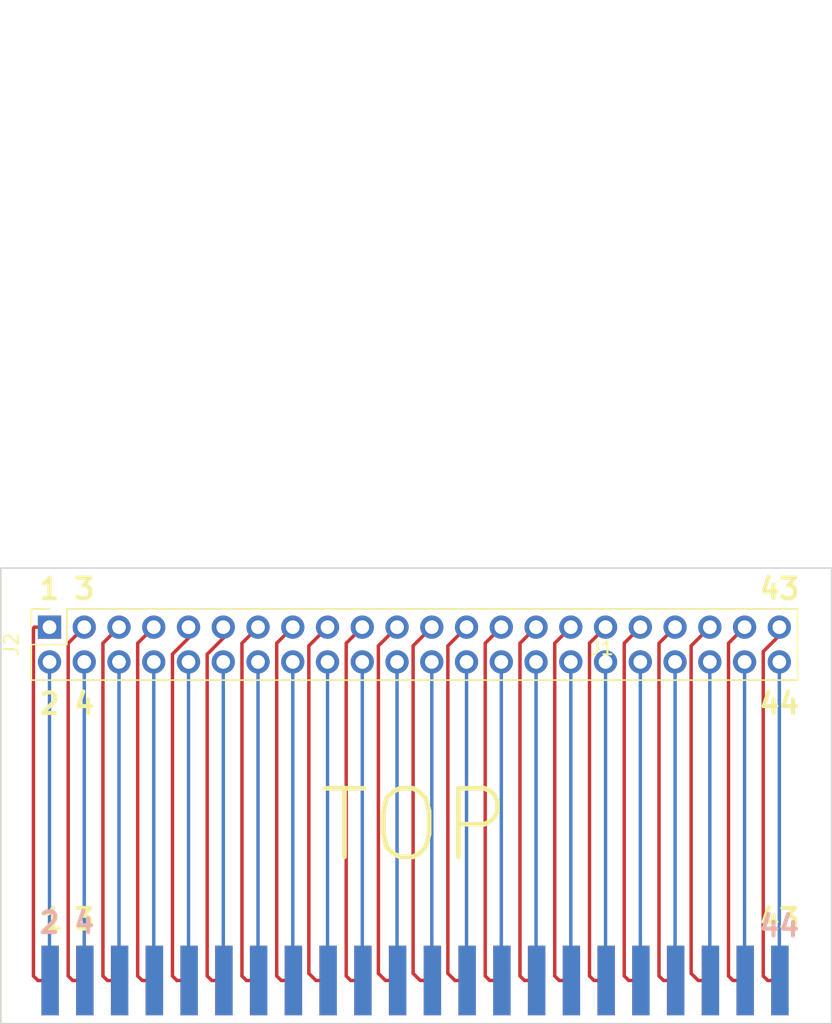
<source format=kicad_pcb>
(kicad_pcb (version 20171130) (host pcbnew "(5.1.5-0)")

  (general
    (thickness 1.6)
    (drawings 17)
    (tracks 136)
    (zones 0)
    (modules 2)
    (nets 45)
  )

  (page A4)
  (layers
    (0 F.Cu signal)
    (31 B.Cu signal)
    (32 B.Adhes user)
    (33 F.Adhes user)
    (34 B.Paste user)
    (35 F.Paste user)
    (36 B.SilkS user)
    (37 F.SilkS user)
    (38 B.Mask user)
    (39 F.Mask user)
    (40 Dwgs.User user)
    (41 Cmts.User user)
    (42 Eco1.User user)
    (43 Eco2.User user)
    (44 Edge.Cuts user)
    (45 Margin user)
    (46 B.CrtYd user)
    (47 F.CrtYd user)
    (48 B.Fab user)
    (49 F.Fab user)
  )

  (setup
    (last_trace_width 0.25)
    (trace_clearance 0.2)
    (zone_clearance 0.508)
    (zone_45_only no)
    (trace_min 0.2)
    (via_size 0.8)
    (via_drill 0.4)
    (via_min_size 0.4)
    (via_min_drill 0.3)
    (uvia_size 0.3)
    (uvia_drill 0.1)
    (uvias_allowed no)
    (uvia_min_size 0.2)
    (uvia_min_drill 0.1)
    (edge_width 0.05)
    (segment_width 0.2)
    (pcb_text_width 0.3)
    (pcb_text_size 1.5 1.5)
    (mod_edge_width 0.12)
    (mod_text_size 1 1)
    (mod_text_width 0.15)
    (pad_size 1.524 1.524)
    (pad_drill 0.762)
    (pad_to_mask_clearance 0.051)
    (solder_mask_min_width 0.25)
    (aux_axis_origin 0 0)
    (visible_elements FFFFFF7F)
    (pcbplotparams
      (layerselection 0x010fc_ffffffff)
      (usegerberextensions false)
      (usegerberattributes false)
      (usegerberadvancedattributes false)
      (creategerberjobfile false)
      (excludeedgelayer true)
      (linewidth 0.100000)
      (plotframeref false)
      (viasonmask false)
      (mode 1)
      (useauxorigin false)
      (hpglpennumber 1)
      (hpglpenspeed 20)
      (hpglpendiameter 15.000000)
      (psnegative false)
      (psa4output false)
      (plotreference true)
      (plotvalue true)
      (plotinvisibletext false)
      (padsonsilk false)
      (subtractmaskfromsilk false)
      (outputformat 1)
      (mirror false)
      (drillshape 1)
      (scaleselection 1)
      (outputdirectory ""))
  )

  (net 0 "")
  (net 1 "Net-(J1-Pad1)")
  (net 2 "Net-(J1-Pad3)")
  (net 3 "Net-(J1-Pad5)")
  (net 4 "Net-(J1-Pad7)")
  (net 5 "Net-(J1-Pad9)")
  (net 6 "Net-(J1-Pad11)")
  (net 7 "Net-(J1-Pad13)")
  (net 8 "Net-(J1-Pad15)")
  (net 9 "Net-(J1-Pad17)")
  (net 10 "Net-(J1-Pad19)")
  (net 11 "Net-(J1-Pad21)")
  (net 12 "Net-(J1-Pad23)")
  (net 13 "Net-(J1-Pad25)")
  (net 14 "Net-(J1-Pad27)")
  (net 15 "Net-(J1-Pad29)")
  (net 16 "Net-(J1-Pad31)")
  (net 17 "Net-(J1-Pad33)")
  (net 18 "Net-(J1-Pad35)")
  (net 19 "Net-(J1-Pad37)")
  (net 20 "Net-(J1-Pad39)")
  (net 21 "Net-(J1-Pad41)")
  (net 22 "Net-(J1-Pad43)")
  (net 23 "Net-(J1-Pad2)")
  (net 24 "Net-(J1-Pad4)")
  (net 25 "Net-(J1-Pad6)")
  (net 26 "Net-(J1-Pad8)")
  (net 27 "Net-(J1-Pad10)")
  (net 28 "Net-(J1-Pad12)")
  (net 29 "Net-(J1-Pad14)")
  (net 30 "Net-(J1-Pad16)")
  (net 31 "Net-(J1-Pad18)")
  (net 32 "Net-(J1-Pad20)")
  (net 33 "Net-(J1-Pad22)")
  (net 34 "Net-(J1-Pad24)")
  (net 35 "Net-(J1-Pad26)")
  (net 36 "Net-(J1-Pad28)")
  (net 37 "Net-(J1-Pad30)")
  (net 38 "Net-(J1-Pad32)")
  (net 39 "Net-(J1-Pad34)")
  (net 40 "Net-(J1-Pad36)")
  (net 41 "Net-(J1-Pad38)")
  (net 42 "Net-(J1-Pad40)")
  (net 43 "Net-(J1-Pad42)")
  (net 44 "Net-(J1-Pad44)")

  (net_class Default "This is the default net class."
    (clearance 0.2)
    (trace_width 0.25)
    (via_dia 0.8)
    (via_drill 0.4)
    (uvia_dia 0.3)
    (uvia_drill 0.1)
    (add_net "Net-(J1-Pad1)")
    (add_net "Net-(J1-Pad10)")
    (add_net "Net-(J1-Pad11)")
    (add_net "Net-(J1-Pad12)")
    (add_net "Net-(J1-Pad13)")
    (add_net "Net-(J1-Pad14)")
    (add_net "Net-(J1-Pad15)")
    (add_net "Net-(J1-Pad16)")
    (add_net "Net-(J1-Pad17)")
    (add_net "Net-(J1-Pad18)")
    (add_net "Net-(J1-Pad19)")
    (add_net "Net-(J1-Pad2)")
    (add_net "Net-(J1-Pad20)")
    (add_net "Net-(J1-Pad21)")
    (add_net "Net-(J1-Pad22)")
    (add_net "Net-(J1-Pad23)")
    (add_net "Net-(J1-Pad24)")
    (add_net "Net-(J1-Pad25)")
    (add_net "Net-(J1-Pad26)")
    (add_net "Net-(J1-Pad27)")
    (add_net "Net-(J1-Pad28)")
    (add_net "Net-(J1-Pad29)")
    (add_net "Net-(J1-Pad3)")
    (add_net "Net-(J1-Pad30)")
    (add_net "Net-(J1-Pad31)")
    (add_net "Net-(J1-Pad32)")
    (add_net "Net-(J1-Pad33)")
    (add_net "Net-(J1-Pad34)")
    (add_net "Net-(J1-Pad35)")
    (add_net "Net-(J1-Pad36)")
    (add_net "Net-(J1-Pad37)")
    (add_net "Net-(J1-Pad38)")
    (add_net "Net-(J1-Pad39)")
    (add_net "Net-(J1-Pad4)")
    (add_net "Net-(J1-Pad40)")
    (add_net "Net-(J1-Pad41)")
    (add_net "Net-(J1-Pad42)")
    (add_net "Net-(J1-Pad43)")
    (add_net "Net-(J1-Pad44)")
    (add_net "Net-(J1-Pad5)")
    (add_net "Net-(J1-Pad6)")
    (add_net "Net-(J1-Pad7)")
    (add_net "Net-(J1-Pad8)")
    (add_net "Net-(J1-Pad9)")
  )

  (module Connector_PCBEdge:Aquarius_Cartridge (layer F.Cu) (tedit 62F18B21) (tstamp 62F2499A)
    (at 144.272 102.362)
    (descr "Highspeed card edge connector for PCB's with 20 contacts (not polarized)")
    (tags "conn samtec card-edge high-speed")
    (path /62F16143)
    (attr virtual)
    (fp_text reference J1 (at 28.702 -12.192) (layer F.SilkS)
      (effects (font (size 1 1) (thickness 0.15)))
    )
    (fp_text value "Edge Connector" (at -8.382 -58.674) (layer F.Fab)
      (effects (font (size 1 1) (thickness 0.15)))
    )
    (fp_text user %R (at 17.32026 7.84352) (layer F.Fab)
      (effects (font (size 1 1) (thickness 0.15)))
    )
    (pad 1 connect rect (at -11.6459 12.0904) (size 1.27 5.08) (layers F.Cu F.Mask)
      (net 1 "Net-(J1-Pad1)"))
    (pad 3 connect rect (at -9.1059 12.0904) (size 1.27 5.08) (layers F.Cu F.Mask)
      (net 2 "Net-(J1-Pad3)"))
    (pad 5 connect rect (at -6.5659 12.0904) (size 1.27 5.08) (layers F.Cu F.Mask)
      (net 3 "Net-(J1-Pad5)"))
    (pad 7 connect rect (at -4.0259 12.0904) (size 1.27 5.08) (layers F.Cu F.Mask)
      (net 4 "Net-(J1-Pad7)"))
    (pad 9 connect rect (at -1.4859 12.0904) (size 1.27 5.08) (layers F.Cu F.Mask)
      (net 5 "Net-(J1-Pad9)"))
    (pad 11 connect rect (at 1.0541 12.0904) (size 1.27 5.08) (layers F.Cu F.Mask)
      (net 6 "Net-(J1-Pad11)"))
    (pad 13 connect rect (at 3.5941 12.0904) (size 1.27 5.08) (layers F.Cu F.Mask)
      (net 7 "Net-(J1-Pad13)"))
    (pad 15 connect rect (at 6.1341 12.0904) (size 1.27 5.08) (layers F.Cu F.Mask)
      (net 8 "Net-(J1-Pad15)"))
    (pad 17 connect rect (at 8.6741 12.0904) (size 1.27 5.08) (layers F.Cu F.Mask)
      (net 9 "Net-(J1-Pad17)"))
    (pad 19 connect rect (at 11.2141 12.0904) (size 1.27 5.08) (layers F.Cu F.Mask)
      (net 10 "Net-(J1-Pad19)"))
    (pad 21 connect rect (at 13.7541 12.0904) (size 1.27 5.08) (layers F.Cu F.Mask)
      (net 11 "Net-(J1-Pad21)"))
    (pad 23 connect rect (at 16.2941 12.0904) (size 1.27 5.08) (layers F.Cu F.Mask)
      (net 12 "Net-(J1-Pad23)"))
    (pad 25 connect rect (at 18.8341 12.0904) (size 1.27 5.08) (layers F.Cu F.Mask)
      (net 13 "Net-(J1-Pad25)"))
    (pad 27 connect rect (at 21.3741 12.0904) (size 1.27 5.08) (layers F.Cu F.Mask)
      (net 14 "Net-(J1-Pad27)"))
    (pad 29 connect rect (at 23.9141 12.0904) (size 1.27 5.08) (layers F.Cu F.Mask)
      (net 15 "Net-(J1-Pad29)"))
    (pad 31 connect rect (at 26.4541 12.0904) (size 1.27 5.08) (layers F.Cu F.Mask)
      (net 16 "Net-(J1-Pad31)"))
    (pad 33 connect rect (at 28.9941 12.0904) (size 1.27 5.08) (layers F.Cu F.Mask)
      (net 17 "Net-(J1-Pad33)"))
    (pad 35 connect rect (at 31.5341 12.0904) (size 1.27 5.08) (layers F.Cu F.Mask)
      (net 18 "Net-(J1-Pad35)"))
    (pad 37 connect rect (at 34.0741 12.0904) (size 1.27 5.08) (layers F.Cu F.Mask)
      (net 19 "Net-(J1-Pad37)"))
    (pad 39 connect rect (at 36.6141 12.0904) (size 1.27 5.08) (layers F.Cu F.Mask)
      (net 20 "Net-(J1-Pad39)"))
    (pad 41 connect rect (at 39.1541 12.0904) (size 1.27 5.08) (layers F.Cu F.Mask)
      (net 21 "Net-(J1-Pad41)"))
    (pad 43 connect rect (at 41.6941 12.0904) (size 1.27 5.08) (layers F.Cu F.Mask)
      (net 22 "Net-(J1-Pad43)"))
    (pad 2 connect rect (at -11.63574 12.09294) (size 1.27 5.08) (layers B.Cu F.Mask)
      (net 23 "Net-(J1-Pad2)"))
    (pad 4 connect rect (at -9.09574 12.09294) (size 1.27 5.08) (layers B.Cu F.Mask)
      (net 24 "Net-(J1-Pad4)"))
    (pad 6 connect rect (at -6.55574 12.09294) (size 1.27 5.08) (layers B.Cu F.Mask)
      (net 25 "Net-(J1-Pad6)"))
    (pad 8 connect rect (at -4.01574 12.09294) (size 1.27 5.08) (layers B.Cu F.Mask)
      (net 26 "Net-(J1-Pad8)"))
    (pad 10 connect rect (at -1.47574 12.09294) (size 1.27 5.08) (layers B.Cu F.Mask)
      (net 27 "Net-(J1-Pad10)"))
    (pad 12 connect rect (at 1.06426 12.09294) (size 1.27 5.08) (layers B.Cu F.Mask)
      (net 28 "Net-(J1-Pad12)"))
    (pad 14 connect rect (at 3.60426 12.09294) (size 1.27 5.08) (layers B.Cu F.Mask)
      (net 29 "Net-(J1-Pad14)"))
    (pad 16 connect rect (at 6.14426 12.09294) (size 1.27 5.08) (layers B.Cu F.Mask)
      (net 30 "Net-(J1-Pad16)"))
    (pad 18 connect rect (at 8.68426 12.09294) (size 1.27 5.08) (layers B.Cu F.Mask)
      (net 31 "Net-(J1-Pad18)"))
    (pad 20 connect rect (at 11.22426 12.09294) (size 1.27 5.08) (layers B.Cu F.Mask)
      (net 32 "Net-(J1-Pad20)"))
    (pad 22 connect rect (at 13.76426 12.09294) (size 1.27 5.08) (layers B.Cu F.Mask)
      (net 33 "Net-(J1-Pad22)"))
    (pad 24 connect rect (at 16.30426 12.09294) (size 1.27 5.08) (layers B.Cu F.Mask)
      (net 34 "Net-(J1-Pad24)"))
    (pad 26 connect rect (at 18.84426 12.09294) (size 1.27 5.08) (layers B.Cu F.Mask)
      (net 35 "Net-(J1-Pad26)"))
    (pad 28 connect rect (at 21.38426 12.09294) (size 1.27 5.08) (layers B.Cu F.Mask)
      (net 36 "Net-(J1-Pad28)"))
    (pad 30 connect rect (at 23.92426 12.09294) (size 1.27 5.08) (layers B.Cu F.Mask)
      (net 37 "Net-(J1-Pad30)"))
    (pad 32 connect rect (at 26.46426 12.09294) (size 1.27 5.08) (layers B.Cu F.Mask)
      (net 38 "Net-(J1-Pad32)"))
    (pad 34 connect rect (at 29.00426 12.09294) (size 1.27 5.08) (layers B.Cu F.Mask)
      (net 39 "Net-(J1-Pad34)"))
    (pad 36 connect rect (at 31.54426 12.09294) (size 1.27 5.08) (layers B.Cu F.Mask)
      (net 40 "Net-(J1-Pad36)"))
    (pad 38 connect rect (at 34.08426 12.09294) (size 1.27 5.08) (layers B.Cu F.Mask)
      (net 41 "Net-(J1-Pad38)"))
    (pad 40 connect rect (at 36.62426 12.09294) (size 1.27 5.08) (layers B.Cu F.Mask)
      (net 42 "Net-(J1-Pad40)"))
    (pad 42 connect rect (at 39.16426 12.09294) (size 1.27 5.08) (layers B.Cu F.Mask)
      (net 43 "Net-(J1-Pad42)"))
    (pad 44 connect rect (at 41.70426 12.09294) (size 1.27 5.08) (layers B.Cu F.Mask)
      (net 44 "Net-(J1-Pad44)"))
  )

  (module Connector_PinSocket_2.54mm:PinSocket_2x22_P2.54mm_Vertical (layer F.Cu) (tedit 5A19A42E) (tstamp 62F249DC)
    (at 132.588 88.646 90)
    (descr "Through hole straight socket strip, 2x22, 2.54mm pitch, double cols (from Kicad 4.0.7), script generated")
    (tags "Through hole socket strip THT 2x22 2.54mm double row")
    (path /62F18D4C)
    (fp_text reference J2 (at -1.27 -2.77 90) (layer F.SilkS)
      (effects (font (size 1 1) (thickness 0.15)))
    )
    (fp_text value "Pin Header" (at -1.27 56.11 90) (layer F.Fab)
      (effects (font (size 1 1) (thickness 0.15)))
    )
    (fp_text user %R (at -1.27 26.67) (layer F.Fab)
      (effects (font (size 1 1) (thickness 0.15)))
    )
    (fp_line (start -4.34 55.1) (end -4.34 -1.8) (layer F.CrtYd) (width 0.05))
    (fp_line (start 1.76 55.1) (end -4.34 55.1) (layer F.CrtYd) (width 0.05))
    (fp_line (start 1.76 -1.8) (end 1.76 55.1) (layer F.CrtYd) (width 0.05))
    (fp_line (start -4.34 -1.8) (end 1.76 -1.8) (layer F.CrtYd) (width 0.05))
    (fp_line (start 0 -1.33) (end 1.33 -1.33) (layer F.SilkS) (width 0.12))
    (fp_line (start 1.33 -1.33) (end 1.33 0) (layer F.SilkS) (width 0.12))
    (fp_line (start -1.27 -1.33) (end -1.27 1.27) (layer F.SilkS) (width 0.12))
    (fp_line (start -1.27 1.27) (end 1.33 1.27) (layer F.SilkS) (width 0.12))
    (fp_line (start 1.33 1.27) (end 1.33 54.67) (layer F.SilkS) (width 0.12))
    (fp_line (start -3.87 54.67) (end 1.33 54.67) (layer F.SilkS) (width 0.12))
    (fp_line (start -3.87 -1.33) (end -3.87 54.67) (layer F.SilkS) (width 0.12))
    (fp_line (start -3.87 -1.33) (end -1.27 -1.33) (layer F.SilkS) (width 0.12))
    (fp_line (start -3.81 54.61) (end -3.81 -1.27) (layer F.Fab) (width 0.1))
    (fp_line (start 1.27 54.61) (end -3.81 54.61) (layer F.Fab) (width 0.1))
    (fp_line (start 1.27 -0.27) (end 1.27 54.61) (layer F.Fab) (width 0.1))
    (fp_line (start 0.27 -1.27) (end 1.27 -0.27) (layer F.Fab) (width 0.1))
    (fp_line (start -3.81 -1.27) (end 0.27 -1.27) (layer F.Fab) (width 0.1))
    (pad 44 thru_hole oval (at -2.54 53.34 90) (size 1.7 1.7) (drill 1) (layers *.Cu *.Mask)
      (net 44 "Net-(J1-Pad44)"))
    (pad 43 thru_hole oval (at 0 53.34 90) (size 1.7 1.7) (drill 1) (layers *.Cu *.Mask)
      (net 22 "Net-(J1-Pad43)"))
    (pad 42 thru_hole oval (at -2.54 50.8 90) (size 1.7 1.7) (drill 1) (layers *.Cu *.Mask)
      (net 43 "Net-(J1-Pad42)"))
    (pad 41 thru_hole oval (at 0 50.8 90) (size 1.7 1.7) (drill 1) (layers *.Cu *.Mask)
      (net 21 "Net-(J1-Pad41)"))
    (pad 40 thru_hole oval (at -2.54 48.26 90) (size 1.7 1.7) (drill 1) (layers *.Cu *.Mask)
      (net 42 "Net-(J1-Pad40)"))
    (pad 39 thru_hole oval (at 0 48.26 90) (size 1.7 1.7) (drill 1) (layers *.Cu *.Mask)
      (net 20 "Net-(J1-Pad39)"))
    (pad 38 thru_hole oval (at -2.54 45.72 90) (size 1.7 1.7) (drill 1) (layers *.Cu *.Mask)
      (net 41 "Net-(J1-Pad38)"))
    (pad 37 thru_hole oval (at 0 45.72 90) (size 1.7 1.7) (drill 1) (layers *.Cu *.Mask)
      (net 19 "Net-(J1-Pad37)"))
    (pad 36 thru_hole oval (at -2.54 43.18 90) (size 1.7 1.7) (drill 1) (layers *.Cu *.Mask)
      (net 40 "Net-(J1-Pad36)"))
    (pad 35 thru_hole oval (at 0 43.18 90) (size 1.7 1.7) (drill 1) (layers *.Cu *.Mask)
      (net 18 "Net-(J1-Pad35)"))
    (pad 34 thru_hole oval (at -2.54 40.64 90) (size 1.7 1.7) (drill 1) (layers *.Cu *.Mask)
      (net 39 "Net-(J1-Pad34)"))
    (pad 33 thru_hole oval (at 0 40.64 90) (size 1.7 1.7) (drill 1) (layers *.Cu *.Mask)
      (net 17 "Net-(J1-Pad33)"))
    (pad 32 thru_hole oval (at -2.54 38.1 90) (size 1.7 1.7) (drill 1) (layers *.Cu *.Mask)
      (net 38 "Net-(J1-Pad32)"))
    (pad 31 thru_hole oval (at 0 38.1 90) (size 1.7 1.7) (drill 1) (layers *.Cu *.Mask)
      (net 16 "Net-(J1-Pad31)"))
    (pad 30 thru_hole oval (at -2.54 35.56 90) (size 1.7 1.7) (drill 1) (layers *.Cu *.Mask)
      (net 37 "Net-(J1-Pad30)"))
    (pad 29 thru_hole oval (at 0 35.56 90) (size 1.7 1.7) (drill 1) (layers *.Cu *.Mask)
      (net 15 "Net-(J1-Pad29)"))
    (pad 28 thru_hole oval (at -2.54 33.02 90) (size 1.7 1.7) (drill 1) (layers *.Cu *.Mask)
      (net 36 "Net-(J1-Pad28)"))
    (pad 27 thru_hole oval (at 0 33.02 90) (size 1.7 1.7) (drill 1) (layers *.Cu *.Mask)
      (net 14 "Net-(J1-Pad27)"))
    (pad 26 thru_hole oval (at -2.54 30.48 90) (size 1.7 1.7) (drill 1) (layers *.Cu *.Mask)
      (net 35 "Net-(J1-Pad26)"))
    (pad 25 thru_hole oval (at 0 30.48 90) (size 1.7 1.7) (drill 1) (layers *.Cu *.Mask)
      (net 13 "Net-(J1-Pad25)"))
    (pad 24 thru_hole oval (at -2.54 27.94 90) (size 1.7 1.7) (drill 1) (layers *.Cu *.Mask)
      (net 34 "Net-(J1-Pad24)"))
    (pad 23 thru_hole oval (at 0 27.94 90) (size 1.7 1.7) (drill 1) (layers *.Cu *.Mask)
      (net 12 "Net-(J1-Pad23)"))
    (pad 22 thru_hole oval (at -2.54 25.4 90) (size 1.7 1.7) (drill 1) (layers *.Cu *.Mask)
      (net 33 "Net-(J1-Pad22)"))
    (pad 21 thru_hole oval (at 0 25.4 90) (size 1.7 1.7) (drill 1) (layers *.Cu *.Mask)
      (net 11 "Net-(J1-Pad21)"))
    (pad 20 thru_hole oval (at -2.54 22.86 90) (size 1.7 1.7) (drill 1) (layers *.Cu *.Mask)
      (net 32 "Net-(J1-Pad20)"))
    (pad 19 thru_hole oval (at 0 22.86 90) (size 1.7 1.7) (drill 1) (layers *.Cu *.Mask)
      (net 10 "Net-(J1-Pad19)"))
    (pad 18 thru_hole oval (at -2.54 20.32 90) (size 1.7 1.7) (drill 1) (layers *.Cu *.Mask)
      (net 31 "Net-(J1-Pad18)"))
    (pad 17 thru_hole oval (at 0 20.32 90) (size 1.7 1.7) (drill 1) (layers *.Cu *.Mask)
      (net 9 "Net-(J1-Pad17)"))
    (pad 16 thru_hole oval (at -2.54 17.78 90) (size 1.7 1.7) (drill 1) (layers *.Cu *.Mask)
      (net 30 "Net-(J1-Pad16)"))
    (pad 15 thru_hole oval (at 0 17.78 90) (size 1.7 1.7) (drill 1) (layers *.Cu *.Mask)
      (net 8 "Net-(J1-Pad15)"))
    (pad 14 thru_hole oval (at -2.54 15.24 90) (size 1.7 1.7) (drill 1) (layers *.Cu *.Mask)
      (net 29 "Net-(J1-Pad14)"))
    (pad 13 thru_hole oval (at 0 15.24 90) (size 1.7 1.7) (drill 1) (layers *.Cu *.Mask)
      (net 7 "Net-(J1-Pad13)"))
    (pad 12 thru_hole oval (at -2.54 12.7 90) (size 1.7 1.7) (drill 1) (layers *.Cu *.Mask)
      (net 28 "Net-(J1-Pad12)"))
    (pad 11 thru_hole oval (at 0 12.7 90) (size 1.7 1.7) (drill 1) (layers *.Cu *.Mask)
      (net 6 "Net-(J1-Pad11)"))
    (pad 10 thru_hole oval (at -2.54 10.16 90) (size 1.7 1.7) (drill 1) (layers *.Cu *.Mask)
      (net 27 "Net-(J1-Pad10)"))
    (pad 9 thru_hole oval (at 0 10.16 90) (size 1.7 1.7) (drill 1) (layers *.Cu *.Mask)
      (net 5 "Net-(J1-Pad9)"))
    (pad 8 thru_hole oval (at -2.54 7.62 90) (size 1.7 1.7) (drill 1) (layers *.Cu *.Mask)
      (net 26 "Net-(J1-Pad8)"))
    (pad 7 thru_hole oval (at 0 7.62 90) (size 1.7 1.7) (drill 1) (layers *.Cu *.Mask)
      (net 4 "Net-(J1-Pad7)"))
    (pad 6 thru_hole oval (at -2.54 5.08 90) (size 1.7 1.7) (drill 1) (layers *.Cu *.Mask)
      (net 25 "Net-(J1-Pad6)"))
    (pad 5 thru_hole oval (at 0 5.08 90) (size 1.7 1.7) (drill 1) (layers *.Cu *.Mask)
      (net 3 "Net-(J1-Pad5)"))
    (pad 4 thru_hole oval (at -2.54 2.54 90) (size 1.7 1.7) (drill 1) (layers *.Cu *.Mask)
      (net 24 "Net-(J1-Pad4)"))
    (pad 3 thru_hole oval (at 0 2.54 90) (size 1.7 1.7) (drill 1) (layers *.Cu *.Mask)
      (net 2 "Net-(J1-Pad3)"))
    (pad 2 thru_hole oval (at -2.54 0 90) (size 1.7 1.7) (drill 1) (layers *.Cu *.Mask)
      (net 23 "Net-(J1-Pad2)"))
    (pad 1 thru_hole rect (at 0 0 90) (size 1.7 1.7) (drill 1) (layers *.Cu *.Mask)
      (net 1 "Net-(J1-Pad1)"))
    (model ${KISYS3DMOD}/Connector_PinSocket_2.54mm.3dshapes/PinSocket_2x22_P2.54mm_Vertical.wrl
      (at (xyz 0 0 0))
      (scale (xyz 1 1 1))
      (rotate (xyz 0 0 0))
    )
  )

  (gr_line (start 189.738 84.328) (end 189.738 117.602) (layer Edge.Cuts) (width 0.1))
  (gr_line (start 129.032 84.328) (end 189.738 84.328) (layer Edge.Cuts) (width 0.1))
  (gr_line (start 129.032 117.602) (end 129.032 84.328) (layer Edge.Cuts) (width 0.1))
  (gr_line (start 189.738 117.602) (end 129.032 117.602) (layer Edge.Cuts) (width 0.1))
  (gr_text 44 (at 185.928 110.49) (layer B.SilkS)
    (effects (font (size 1.5 1.5) (thickness 0.3)))
  )
  (gr_text 4 (at 135.128 110.236) (layer B.SilkS)
    (effects (font (size 1.5 1.5) (thickness 0.3)))
  )
  (gr_text 2 (at 132.588 110.236) (layer B.SilkS)
    (effects (font (size 1.5 1.5) (thickness 0.3)))
  )
  (gr_text 44 (at 185.928 94.234) (layer F.SilkS)
    (effects (font (size 1.5 1.5) (thickness 0.3)))
  )
  (gr_text 4 (at 135.128 94.234) (layer F.SilkS)
    (effects (font (size 1.5 1.5) (thickness 0.3)))
  )
  (gr_text 2 (at 132.588 94.234) (layer F.SilkS)
    (effects (font (size 1.5 1.5) (thickness 0.3)))
  )
  (gr_text 43 (at 185.928 85.852) (layer F.SilkS)
    (effects (font (size 1.5 1.5) (thickness 0.3)))
  )
  (gr_text 3 (at 135.128 85.852) (layer F.SilkS)
    (effects (font (size 1.5 1.5) (thickness 0.3)))
  )
  (gr_text 1 (at 132.588 85.852) (layer F.SilkS)
    (effects (font (size 1.5 1.5) (thickness 0.3)))
  )
  (gr_text 43 (at 185.928 109.982) (layer F.SilkS)
    (effects (font (size 1.5 1.5) (thickness 0.3)))
  )
  (gr_text 3 (at 135.128 109.982) (layer F.SilkS)
    (effects (font (size 1.5 1.5) (thickness 0.3)))
  )
  (gr_text 1 (at 132.842 109.982) (layer F.SilkS)
    (effects (font (size 1.5 1.5) (thickness 0.3)))
  )
  (gr_text TOP (at 159.258 103.124) (layer F.SilkS)
    (effects (font (size 5 5) (thickness 0.35)))
  )

  (segment (start 131.7411 114.4524) (end 132.6261 114.4524) (width 0.25) (layer F.Cu) (net 1))
  (segment (start 131.412999 114.124299) (end 131.7411 114.4524) (width 0.25) (layer F.Cu) (net 1))
  (segment (start 131.412999 88.721001) (end 131.412999 114.124299) (width 0.25) (layer F.Cu) (net 1))
  (segment (start 131.488 88.646) (end 131.412999 88.721001) (width 0.25) (layer F.Cu) (net 1))
  (segment (start 132.588 88.646) (end 131.488 88.646) (width 0.25) (layer F.Cu) (net 1))
  (segment (start 134.2811 114.4524) (end 135.1661 114.4524) (width 0.25) (layer F.Cu) (net 2))
  (segment (start 133.952999 114.124299) (end 134.2811 114.4524) (width 0.25) (layer F.Cu) (net 2))
  (segment (start 133.952999 89.821001) (end 133.952999 114.124299) (width 0.25) (layer F.Cu) (net 2))
  (segment (start 135.128 88.646) (end 133.952999 89.821001) (width 0.25) (layer F.Cu) (net 2))
  (segment (start 136.492999 114.124299) (end 136.8211 114.4524) (width 0.25) (layer F.Cu) (net 3))
  (segment (start 136.492999 89.821001) (end 136.492999 114.124299) (width 0.25) (layer F.Cu) (net 3))
  (segment (start 136.8211 114.4524) (end 137.7061 114.4524) (width 0.25) (layer F.Cu) (net 3))
  (segment (start 137.668 88.646) (end 136.492999 89.821001) (width 0.25) (layer F.Cu) (net 3))
  (segment (start 139.3611 114.4524) (end 140.2461 114.4524) (width 0.25) (layer F.Cu) (net 4))
  (segment (start 139.032999 114.124299) (end 139.3611 114.4524) (width 0.25) (layer F.Cu) (net 4))
  (segment (start 139.032999 89.821001) (end 139.032999 114.124299) (width 0.25) (layer F.Cu) (net 4))
  (segment (start 140.208 88.646) (end 139.032999 89.821001) (width 0.25) (layer F.Cu) (net 4))
  (segment (start 141.572999 114.124299) (end 141.9011 114.4524) (width 0.25) (layer F.Cu) (net 5))
  (segment (start 141.572999 90.621999) (end 141.572999 114.124299) (width 0.25) (layer F.Cu) (net 5))
  (segment (start 142.748 89.446998) (end 141.572999 90.621999) (width 0.25) (layer F.Cu) (net 5))
  (segment (start 141.9011 114.4524) (end 142.7861 114.4524) (width 0.25) (layer F.Cu) (net 5))
  (segment (start 142.748 88.646) (end 142.748 89.446998) (width 0.25) (layer F.Cu) (net 5))
  (segment (start 144.112999 114.124299) (end 144.4411 114.4524) (width 0.25) (layer F.Cu) (net 6))
  (segment (start 144.4411 114.4524) (end 145.3261 114.4524) (width 0.25) (layer F.Cu) (net 6))
  (segment (start 144.112999 90.621999) (end 144.112999 114.124299) (width 0.25) (layer F.Cu) (net 6))
  (segment (start 145.288 89.446998) (end 144.112999 90.621999) (width 0.25) (layer F.Cu) (net 6))
  (segment (start 145.288 88.646) (end 145.288 89.446998) (width 0.25) (layer F.Cu) (net 6))
  (segment (start 146.9811 114.4524) (end 147.8661 114.4524) (width 0.25) (layer F.Cu) (net 7))
  (segment (start 146.652999 114.124299) (end 146.9811 114.4524) (width 0.25) (layer F.Cu) (net 7))
  (segment (start 146.652999 89.821001) (end 146.652999 114.124299) (width 0.25) (layer F.Cu) (net 7))
  (segment (start 147.828 88.646) (end 146.652999 89.821001) (width 0.25) (layer F.Cu) (net 7))
  (segment (start 149.5211 114.4524) (end 150.4061 114.4524) (width 0.25) (layer F.Cu) (net 8))
  (segment (start 149.192999 114.124299) (end 149.5211 114.4524) (width 0.25) (layer F.Cu) (net 8))
  (segment (start 149.192999 89.821001) (end 149.192999 114.124299) (width 0.25) (layer F.Cu) (net 8))
  (segment (start 150.368 88.646) (end 149.192999 89.821001) (width 0.25) (layer F.Cu) (net 8))
  (segment (start 151.543001 113.934301) (end 152.0611 114.4524) (width 0.25) (layer F.Cu) (net 9))
  (segment (start 152.0611 114.4524) (end 152.9461 114.4524) (width 0.25) (layer F.Cu) (net 9))
  (segment (start 151.543001 90.010999) (end 151.543001 113.934301) (width 0.25) (layer F.Cu) (net 9))
  (segment (start 152.908 88.646) (end 151.543001 90.010999) (width 0.25) (layer F.Cu) (net 9))
  (segment (start 154.6011 114.4524) (end 155.4861 114.4524) (width 0.25) (layer F.Cu) (net 10))
  (segment (start 154.272999 114.124299) (end 154.6011 114.4524) (width 0.25) (layer F.Cu) (net 10))
  (segment (start 154.272999 89.821001) (end 154.272999 114.124299) (width 0.25) (layer F.Cu) (net 10))
  (segment (start 155.448 88.646) (end 154.272999 89.821001) (width 0.25) (layer F.Cu) (net 10))
  (segment (start 157.1411 114.4524) (end 158.0261 114.4524) (width 0.25) (layer F.Cu) (net 11))
  (segment (start 156.623001 113.934301) (end 157.1411 114.4524) (width 0.25) (layer F.Cu) (net 11))
  (segment (start 156.623001 90.010999) (end 156.623001 113.934301) (width 0.25) (layer F.Cu) (net 11))
  (segment (start 157.988 88.646) (end 156.623001 90.010999) (width 0.25) (layer F.Cu) (net 11))
  (segment (start 159.6811 114.4524) (end 160.5661 114.4524) (width 0.25) (layer F.Cu) (net 12))
  (segment (start 159.163001 113.934301) (end 159.6811 114.4524) (width 0.25) (layer F.Cu) (net 12))
  (segment (start 159.163001 90.010999) (end 159.163001 113.934301) (width 0.25) (layer F.Cu) (net 12))
  (segment (start 160.528 88.646) (end 159.163001 90.010999) (width 0.25) (layer F.Cu) (net 12))
  (segment (start 162.2211 114.4524) (end 163.1061 114.4524) (width 0.25) (layer F.Cu) (net 13))
  (segment (start 161.703001 113.934301) (end 162.2211 114.4524) (width 0.25) (layer F.Cu) (net 13))
  (segment (start 161.703001 90.010999) (end 161.703001 113.934301) (width 0.25) (layer F.Cu) (net 13))
  (segment (start 163.068 88.646) (end 161.703001 90.010999) (width 0.25) (layer F.Cu) (net 13))
  (segment (start 164.7611 114.4524) (end 165.6461 114.4524) (width 0.25) (layer F.Cu) (net 14))
  (segment (start 164.432999 114.124299) (end 164.7611 114.4524) (width 0.25) (layer F.Cu) (net 14))
  (segment (start 164.432999 89.821001) (end 164.432999 114.124299) (width 0.25) (layer F.Cu) (net 14))
  (segment (start 165.608 88.646) (end 164.432999 89.821001) (width 0.25) (layer F.Cu) (net 14))
  (segment (start 167.3011 114.4524) (end 168.1861 114.4524) (width 0.25) (layer F.Cu) (net 15))
  (segment (start 166.972999 114.124299) (end 167.3011 114.4524) (width 0.25) (layer F.Cu) (net 15))
  (segment (start 166.972999 89.821001) (end 166.972999 114.124299) (width 0.25) (layer F.Cu) (net 15))
  (segment (start 168.148 88.646) (end 166.972999 89.821001) (width 0.25) (layer F.Cu) (net 15))
  (segment (start 169.8411 114.4524) (end 170.7261 114.4524) (width 0.25) (layer F.Cu) (net 16))
  (segment (start 169.512999 114.124299) (end 169.8411 114.4524) (width 0.25) (layer F.Cu) (net 16))
  (segment (start 169.512999 89.821001) (end 169.512999 114.124299) (width 0.25) (layer F.Cu) (net 16))
  (segment (start 170.688 88.646) (end 169.512999 89.821001) (width 0.25) (layer F.Cu) (net 16))
  (segment (start 172.3811 114.4524) (end 173.2661 114.4524) (width 0.25) (layer F.Cu) (net 17))
  (segment (start 172.052999 114.124299) (end 172.3811 114.4524) (width 0.25) (layer F.Cu) (net 17))
  (segment (start 172.052999 89.821001) (end 172.052999 114.124299) (width 0.25) (layer F.Cu) (net 17))
  (segment (start 173.228 88.646) (end 172.052999 89.821001) (width 0.25) (layer F.Cu) (net 17))
  (segment (start 174.9211 114.4524) (end 175.8061 114.4524) (width 0.25) (layer F.Cu) (net 18))
  (segment (start 174.592999 114.124299) (end 174.9211 114.4524) (width 0.25) (layer F.Cu) (net 18))
  (segment (start 174.592999 89.821001) (end 174.592999 114.124299) (width 0.25) (layer F.Cu) (net 18))
  (segment (start 175.768 88.646) (end 174.592999 89.821001) (width 0.25) (layer F.Cu) (net 18))
  (segment (start 177.4611 114.4524) (end 178.3461 114.4524) (width 0.25) (layer F.Cu) (net 19))
  (segment (start 177.132999 114.124299) (end 177.4611 114.4524) (width 0.25) (layer F.Cu) (net 19))
  (segment (start 177.132999 89.821001) (end 177.132999 114.124299) (width 0.25) (layer F.Cu) (net 19))
  (segment (start 178.308 88.646) (end 177.132999 89.821001) (width 0.25) (layer F.Cu) (net 19))
  (segment (start 179.483001 113.934301) (end 180.0011 114.4524) (width 0.25) (layer F.Cu) (net 20))
  (segment (start 180.0011 114.4524) (end 180.8861 114.4524) (width 0.25) (layer F.Cu) (net 20))
  (segment (start 179.483001 90.010999) (end 179.483001 113.934301) (width 0.25) (layer F.Cu) (net 20))
  (segment (start 180.848 88.646) (end 179.483001 90.010999) (width 0.25) (layer F.Cu) (net 20))
  (segment (start 182.5411 114.4524) (end 183.4261 114.4524) (width 0.25) (layer F.Cu) (net 21))
  (segment (start 182.212999 114.124299) (end 182.5411 114.4524) (width 0.25) (layer F.Cu) (net 21))
  (segment (start 182.212999 89.821001) (end 182.212999 114.124299) (width 0.25) (layer F.Cu) (net 21))
  (segment (start 183.388 88.646) (end 182.212999 89.821001) (width 0.25) (layer F.Cu) (net 21))
  (segment (start 184.752999 114.124299) (end 185.0811 114.4524) (width 0.25) (layer F.Cu) (net 22))
  (segment (start 185.0811 114.4524) (end 185.9661 114.4524) (width 0.25) (layer F.Cu) (net 22))
  (segment (start 184.752999 90.432001) (end 184.752999 114.124299) (width 0.25) (layer F.Cu) (net 22))
  (segment (start 185.928 89.257) (end 184.752999 90.432001) (width 0.25) (layer F.Cu) (net 22))
  (segment (start 185.928 88.646) (end 185.928 89.257) (width 0.25) (layer F.Cu) (net 22))
  (segment (start 132.588 114.40668) (end 132.63626 114.45494) (width 0.25) (layer B.Cu) (net 23))
  (segment (start 132.588 91.186) (end 132.588 114.40668) (width 0.25) (layer B.Cu) (net 23))
  (segment (start 135.128 114.40668) (end 135.17626 114.45494) (width 0.25) (layer B.Cu) (net 24))
  (segment (start 135.128 91.186) (end 135.128 114.40668) (width 0.25) (layer B.Cu) (net 24))
  (segment (start 137.668 114.40668) (end 137.71626 114.45494) (width 0.25) (layer B.Cu) (net 25))
  (segment (start 137.668 91.186) (end 137.668 114.40668) (width 0.25) (layer B.Cu) (net 25))
  (segment (start 140.208 114.40668) (end 140.25626 114.45494) (width 0.25) (layer B.Cu) (net 26))
  (segment (start 140.208 91.186) (end 140.208 114.40668) (width 0.25) (layer B.Cu) (net 26))
  (segment (start 142.748 114.40668) (end 142.79626 114.45494) (width 0.25) (layer B.Cu) (net 27))
  (segment (start 142.748 91.186) (end 142.748 114.40668) (width 0.25) (layer B.Cu) (net 27))
  (segment (start 145.288 114.40668) (end 145.33626 114.45494) (width 0.25) (layer B.Cu) (net 28))
  (segment (start 145.288 91.186) (end 145.288 114.40668) (width 0.25) (layer B.Cu) (net 28))
  (segment (start 147.828 114.40668) (end 147.87626 114.45494) (width 0.25) (layer B.Cu) (net 29))
  (segment (start 147.828 91.186) (end 147.828 114.40668) (width 0.25) (layer B.Cu) (net 29))
  (segment (start 150.368 114.40668) (end 150.41626 114.45494) (width 0.25) (layer B.Cu) (net 30))
  (segment (start 150.368 91.186) (end 150.368 114.40668) (width 0.25) (layer B.Cu) (net 30))
  (segment (start 152.908 114.40668) (end 152.95626 114.45494) (width 0.25) (layer B.Cu) (net 31))
  (segment (start 152.908 91.186) (end 152.908 114.40668) (width 0.25) (layer B.Cu) (net 31))
  (segment (start 155.448 114.40668) (end 155.49626 114.45494) (width 0.25) (layer B.Cu) (net 32))
  (segment (start 155.448 91.186) (end 155.448 114.40668) (width 0.25) (layer B.Cu) (net 32))
  (segment (start 157.988 114.40668) (end 158.03626 114.45494) (width 0.25) (layer B.Cu) (net 33))
  (segment (start 157.988 91.186) (end 157.988 114.40668) (width 0.25) (layer B.Cu) (net 33))
  (segment (start 160.528 114.40668) (end 160.57626 114.45494) (width 0.25) (layer B.Cu) (net 34))
  (segment (start 160.528 91.186) (end 160.528 114.40668) (width 0.25) (layer B.Cu) (net 34))
  (segment (start 163.068 114.40668) (end 163.11626 114.45494) (width 0.25) (layer B.Cu) (net 35))
  (segment (start 163.068 91.186) (end 163.068 114.40668) (width 0.25) (layer B.Cu) (net 35))
  (segment (start 165.608 114.40668) (end 165.65626 114.45494) (width 0.25) (layer B.Cu) (net 36))
  (segment (start 165.608 91.186) (end 165.608 114.40668) (width 0.25) (layer B.Cu) (net 36))
  (segment (start 168.148 114.40668) (end 168.19626 114.45494) (width 0.25) (layer B.Cu) (net 37))
  (segment (start 168.148 91.186) (end 168.148 114.40668) (width 0.25) (layer B.Cu) (net 37))
  (segment (start 170.688 114.40668) (end 170.73626 114.45494) (width 0.25) (layer B.Cu) (net 38))
  (segment (start 170.688 91.186) (end 170.688 114.40668) (width 0.25) (layer B.Cu) (net 38))
  (segment (start 173.228 114.40668) (end 173.27626 114.45494) (width 0.25) (layer B.Cu) (net 39))
  (segment (start 173.228 91.186) (end 173.228 114.40668) (width 0.25) (layer B.Cu) (net 39))
  (segment (start 175.768 114.40668) (end 175.81626 114.45494) (width 0.25) (layer B.Cu) (net 40))
  (segment (start 175.768 91.186) (end 175.768 114.40668) (width 0.25) (layer B.Cu) (net 40))
  (segment (start 178.308 114.40668) (end 178.35626 114.45494) (width 0.25) (layer B.Cu) (net 41))
  (segment (start 178.308 91.186) (end 178.308 114.40668) (width 0.25) (layer B.Cu) (net 41))
  (segment (start 180.848 114.40668) (end 180.89626 114.45494) (width 0.25) (layer B.Cu) (net 42))
  (segment (start 180.848 91.186) (end 180.848 114.40668) (width 0.25) (layer B.Cu) (net 42))
  (segment (start 183.388 114.40668) (end 183.43626 114.45494) (width 0.25) (layer B.Cu) (net 43))
  (segment (start 183.388 91.186) (end 183.388 114.40668) (width 0.25) (layer B.Cu) (net 43))
  (segment (start 185.928 114.40668) (end 185.97626 114.45494) (width 0.25) (layer B.Cu) (net 44))
  (segment (start 185.928 91.186) (end 185.928 114.40668) (width 0.25) (layer B.Cu) (net 44))

)

</source>
